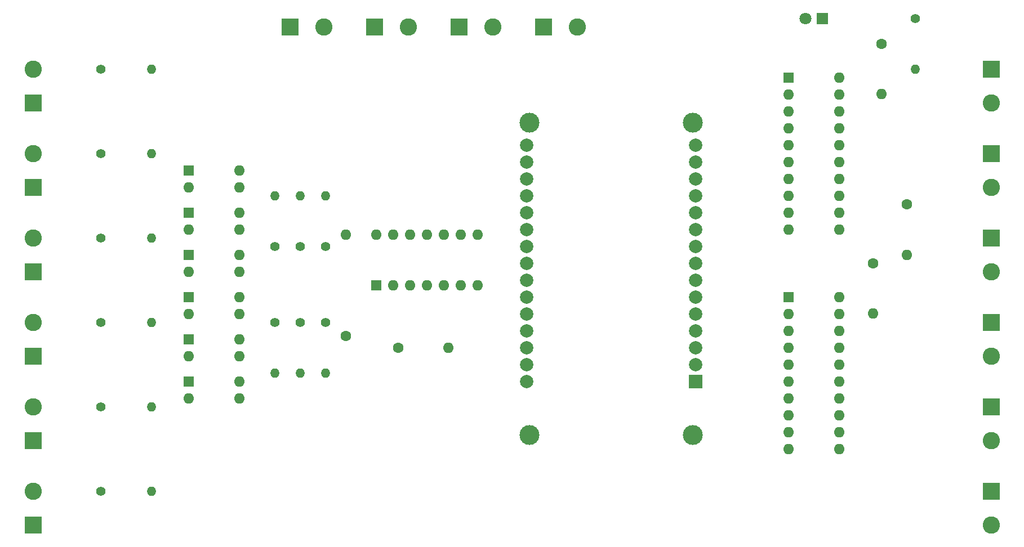
<source format=gts>
G04 #@! TF.GenerationSoftware,KiCad,Pcbnew,7.0.1-3b83917a11~171~ubuntu20.04.1*
G04 #@! TF.CreationDate,2023-03-14T09:38:21+01:00*
G04 #@! TF.ProjectId,FluidNC-BOB v1.1,466c7569-644e-4432-9d42-4f422076312e,rev?*
G04 #@! TF.SameCoordinates,Original*
G04 #@! TF.FileFunction,Soldermask,Top*
G04 #@! TF.FilePolarity,Negative*
%FSLAX46Y46*%
G04 Gerber Fmt 4.6, Leading zero omitted, Abs format (unit mm)*
G04 Created by KiCad (PCBNEW 7.0.1-3b83917a11~171~ubuntu20.04.1) date 2023-03-14 09:38:21*
%MOMM*%
%LPD*%
G01*
G04 APERTURE LIST*
%ADD10R,1.600000X1.600000*%
%ADD11O,1.600000X1.600000*%
%ADD12C,1.600000*%
%ADD13R,1.800000X1.800000*%
%ADD14C,1.800000*%
%ADD15C,1.400000*%
%ADD16O,1.400000X1.400000*%
%ADD17C,3.000000*%
%ADD18R,2.000000X2.000000*%
%ADD19C,2.000000*%
%ADD20R,2.600000X2.600000*%
%ADD21C,2.600000*%
G04 APERTURE END LIST*
D10*
X113279000Y-80762000D03*
D11*
X115819000Y-80762000D03*
X118359000Y-80762000D03*
X120899000Y-80762000D03*
X123439000Y-80762000D03*
X125979000Y-80762000D03*
X128519000Y-80762000D03*
X128519000Y-73142000D03*
X125979000Y-73142000D03*
X123439000Y-73142000D03*
X120899000Y-73142000D03*
X118359000Y-73142000D03*
X115819000Y-73142000D03*
X113279000Y-73142000D03*
D10*
X175260000Y-82550000D03*
D11*
X175260000Y-85090000D03*
X175260000Y-87630000D03*
X175260000Y-90170000D03*
X175260000Y-92710000D03*
X175260000Y-95250000D03*
X175260000Y-97790000D03*
X175260000Y-100330000D03*
X175260000Y-102870000D03*
X175260000Y-105410000D03*
X182880000Y-105410000D03*
X182880000Y-102870000D03*
X182880000Y-100330000D03*
X182880000Y-97790000D03*
X182880000Y-95250000D03*
X182880000Y-92710000D03*
X182880000Y-90170000D03*
X182880000Y-87630000D03*
X182880000Y-85090000D03*
X182880000Y-82550000D03*
D10*
X175260000Y-49530000D03*
D11*
X175260000Y-52070000D03*
X175260000Y-54610000D03*
X175260000Y-57150000D03*
X175260000Y-59690000D03*
X175260000Y-62230000D03*
X175260000Y-64770000D03*
X175260000Y-67310000D03*
X175260000Y-69850000D03*
X175260000Y-72390000D03*
X182880000Y-72390000D03*
X182880000Y-69850000D03*
X182880000Y-67310000D03*
X182880000Y-64770000D03*
X182880000Y-62230000D03*
X182880000Y-59690000D03*
X182880000Y-57150000D03*
X182880000Y-54610000D03*
X182880000Y-52070000D03*
X182880000Y-49530000D03*
D10*
X85090000Y-63500000D03*
D11*
X85090000Y-66040000D03*
X92710000Y-66040000D03*
X92710000Y-63500000D03*
D10*
X85090000Y-69850000D03*
D11*
X85090000Y-72390000D03*
X92710000Y-72390000D03*
X92710000Y-69850000D03*
D10*
X85090000Y-88900000D03*
D11*
X85090000Y-91440000D03*
X92710000Y-91440000D03*
X92710000Y-88900000D03*
D10*
X85090000Y-95250000D03*
D11*
X85090000Y-97790000D03*
X92710000Y-97790000D03*
X92710000Y-95250000D03*
D10*
X85090000Y-82550000D03*
D11*
X85090000Y-85090000D03*
X92710000Y-85090000D03*
X92710000Y-82550000D03*
D10*
X85090000Y-76200000D03*
D11*
X85090000Y-78740000D03*
X92710000Y-78740000D03*
X92710000Y-76200000D03*
D12*
X187960000Y-77470000D03*
D11*
X187960000Y-84970000D03*
D12*
X189230000Y-44450000D03*
D11*
X189230000Y-51950000D03*
D13*
X180340000Y-40640000D03*
D14*
X177800000Y-40640000D03*
D15*
X71882000Y-48260000D03*
D16*
X79502000Y-48260000D03*
D15*
X71882000Y-60960000D03*
D16*
X79502000Y-60960000D03*
D15*
X71882000Y-99060000D03*
D16*
X79502000Y-99060000D03*
D15*
X71882000Y-111760000D03*
D16*
X79502000Y-111760000D03*
D15*
X71882000Y-86360000D03*
D16*
X79502000Y-86360000D03*
D15*
X71882000Y-73660000D03*
D16*
X79502000Y-73660000D03*
D15*
X105664000Y-74930000D03*
D16*
X105664000Y-67310000D03*
D15*
X101854000Y-74930000D03*
D16*
X101854000Y-67310000D03*
D15*
X101854000Y-86360000D03*
D16*
X101854000Y-93980000D03*
D15*
X105664000Y-86360000D03*
D16*
X105664000Y-93980000D03*
D15*
X98044000Y-86360000D03*
D16*
X98044000Y-93980000D03*
D15*
X98044000Y-74930000D03*
D16*
X98044000Y-67310000D03*
D15*
X194310000Y-40640000D03*
D16*
X194310000Y-48260000D03*
D17*
X160870000Y-103210000D03*
X160870000Y-56260000D03*
X136360000Y-103210000D03*
X136360000Y-56260000D03*
D18*
X161290000Y-95250000D03*
D19*
X161290000Y-92710000D03*
X161290000Y-90170000D03*
X161290000Y-87630000D03*
X161290000Y-85090000D03*
X161290000Y-82550000D03*
X161290000Y-80010000D03*
X161290000Y-77470000D03*
X161290000Y-74930000D03*
X161290000Y-72390000D03*
X161290000Y-69850000D03*
X161290000Y-67310000D03*
X161290000Y-64770000D03*
X161290000Y-62230000D03*
X161290000Y-59690000D03*
X135890000Y-59690000D03*
X135890000Y-62230000D03*
X135890000Y-64770000D03*
X135890000Y-67310000D03*
X135890000Y-69850000D03*
X135890000Y-72390000D03*
X135890000Y-74930000D03*
X135890000Y-77470000D03*
X135890000Y-80010000D03*
X135890000Y-82550000D03*
X135890000Y-85090000D03*
X135890000Y-87630000D03*
X135890000Y-90170000D03*
X135890000Y-92710000D03*
X135890000Y-95250000D03*
D20*
X61722000Y-53340000D03*
D21*
X61722000Y-48260000D03*
D20*
X61722000Y-66040000D03*
D21*
X61722000Y-60960000D03*
D20*
X61722000Y-104140000D03*
D21*
X61722000Y-99060000D03*
D20*
X61722000Y-116840000D03*
D21*
X61722000Y-111760000D03*
D20*
X61722000Y-91440000D03*
D21*
X61722000Y-86360000D03*
D20*
X61722000Y-78740000D03*
D21*
X61722000Y-73660000D03*
D20*
X205740000Y-73660000D03*
D21*
X205740000Y-78740000D03*
D20*
X205740000Y-86360000D03*
D21*
X205740000Y-91440000D03*
D20*
X205740000Y-99060000D03*
D21*
X205740000Y-104140000D03*
D20*
X205740000Y-111760000D03*
D21*
X205740000Y-116840000D03*
D20*
X205740000Y-48260000D03*
D21*
X205740000Y-53340000D03*
D20*
X205740000Y-60960000D03*
D21*
X205740000Y-66040000D03*
D12*
X193040000Y-68580000D03*
D11*
X193040000Y-76200000D03*
D12*
X108712000Y-88392000D03*
D11*
X108712000Y-73152000D03*
D20*
X113030000Y-41910000D03*
D21*
X118110000Y-41910000D03*
D20*
X100330000Y-41910000D03*
D21*
X105410000Y-41910000D03*
D20*
X125730000Y-41910000D03*
D21*
X130810000Y-41910000D03*
D20*
X138430000Y-41910000D03*
D21*
X143510000Y-41910000D03*
D12*
X116646000Y-90170000D03*
D11*
X124146000Y-90170000D03*
M02*

</source>
